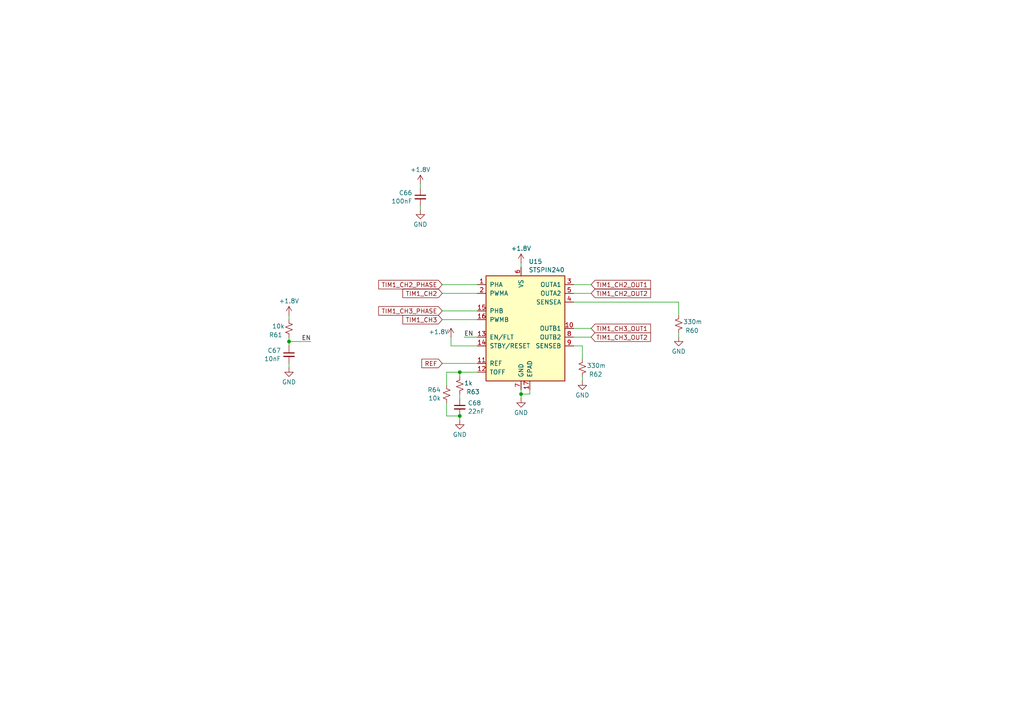
<source format=kicad_sch>
(kicad_sch
	(version 20231120)
	(generator "eeschema")
	(generator_version "8.0")
	(uuid "678b9aec-26bf-4f27-ba87-71e2ec76edda")
	(paper "A4")
	(lib_symbols
		(symbol "Device:C_Small"
			(pin_numbers hide)
			(pin_names
				(offset 0.254) hide)
			(exclude_from_sim no)
			(in_bom yes)
			(on_board yes)
			(property "Reference" "C"
				(at 0.254 1.778 0)
				(effects
					(font
						(size 1.27 1.27)
					)
					(justify left)
				)
			)
			(property "Value" "C_Small"
				(at 0.254 -2.032 0)
				(effects
					(font
						(size 1.27 1.27)
					)
					(justify left)
				)
			)
			(property "Footprint" ""
				(at 0 0 0)
				(effects
					(font
						(size 1.27 1.27)
					)
					(hide yes)
				)
			)
			(property "Datasheet" "~"
				(at 0 0 0)
				(effects
					(font
						(size 1.27 1.27)
					)
					(hide yes)
				)
			)
			(property "Description" "Unpolarized capacitor, small symbol"
				(at 0 0 0)
				(effects
					(font
						(size 1.27 1.27)
					)
					(hide yes)
				)
			)
			(property "ki_keywords" "capacitor cap"
				(at 0 0 0)
				(effects
					(font
						(size 1.27 1.27)
					)
					(hide yes)
				)
			)
			(property "ki_fp_filters" "C_*"
				(at 0 0 0)
				(effects
					(font
						(size 1.27 1.27)
					)
					(hide yes)
				)
			)
			(symbol "C_Small_0_1"
				(polyline
					(pts
						(xy -1.524 -0.508) (xy 1.524 -0.508)
					)
					(stroke
						(width 0.3302)
						(type default)
					)
					(fill
						(type none)
					)
				)
				(polyline
					(pts
						(xy -1.524 0.508) (xy 1.524 0.508)
					)
					(stroke
						(width 0.3048)
						(type default)
					)
					(fill
						(type none)
					)
				)
			)
			(symbol "C_Small_1_1"
				(pin passive line
					(at 0 2.54 270)
					(length 2.032)
					(name "~"
						(effects
							(font
								(size 1.27 1.27)
							)
						)
					)
					(number "1"
						(effects
							(font
								(size 1.27 1.27)
							)
						)
					)
				)
				(pin passive line
					(at 0 -2.54 90)
					(length 2.032)
					(name "~"
						(effects
							(font
								(size 1.27 1.27)
							)
						)
					)
					(number "2"
						(effects
							(font
								(size 1.27 1.27)
							)
						)
					)
				)
			)
		)
		(symbol "Device:R_Small_US"
			(pin_numbers hide)
			(pin_names
				(offset 0.254) hide)
			(exclude_from_sim no)
			(in_bom yes)
			(on_board yes)
			(property "Reference" "R"
				(at 0.762 0.508 0)
				(effects
					(font
						(size 1.27 1.27)
					)
					(justify left)
				)
			)
			(property "Value" "R_Small_US"
				(at 0.762 -1.016 0)
				(effects
					(font
						(size 1.27 1.27)
					)
					(justify left)
				)
			)
			(property "Footprint" ""
				(at 0 0 0)
				(effects
					(font
						(size 1.27 1.27)
					)
					(hide yes)
				)
			)
			(property "Datasheet" "~"
				(at 0 0 0)
				(effects
					(font
						(size 1.27 1.27)
					)
					(hide yes)
				)
			)
			(property "Description" "Resistor, small US symbol"
				(at 0 0 0)
				(effects
					(font
						(size 1.27 1.27)
					)
					(hide yes)
				)
			)
			(property "ki_keywords" "r resistor"
				(at 0 0 0)
				(effects
					(font
						(size 1.27 1.27)
					)
					(hide yes)
				)
			)
			(property "ki_fp_filters" "R_*"
				(at 0 0 0)
				(effects
					(font
						(size 1.27 1.27)
					)
					(hide yes)
				)
			)
			(symbol "R_Small_US_1_1"
				(polyline
					(pts
						(xy 0 0) (xy 1.016 -0.381) (xy 0 -0.762) (xy -1.016 -1.143) (xy 0 -1.524)
					)
					(stroke
						(width 0)
						(type default)
					)
					(fill
						(type none)
					)
				)
				(polyline
					(pts
						(xy 0 1.524) (xy 1.016 1.143) (xy 0 0.762) (xy -1.016 0.381) (xy 0 0)
					)
					(stroke
						(width 0)
						(type default)
					)
					(fill
						(type none)
					)
				)
				(pin passive line
					(at 0 2.54 270)
					(length 1.016)
					(name "~"
						(effects
							(font
								(size 1.27 1.27)
							)
						)
					)
					(number "1"
						(effects
							(font
								(size 1.27 1.27)
							)
						)
					)
				)
				(pin passive line
					(at 0 -2.54 90)
					(length 1.016)
					(name "~"
						(effects
							(font
								(size 1.27 1.27)
							)
						)
					)
					(number "2"
						(effects
							(font
								(size 1.27 1.27)
							)
						)
					)
				)
			)
		)
		(symbol "Driver_Motor:STSPIN240"
			(pin_names
				(offset 1.016)
			)
			(exclude_from_sim no)
			(in_bom yes)
			(on_board yes)
			(property "Reference" "U"
				(at -10.16 16.51 0)
				(effects
					(font
						(size 1.27 1.27)
					)
					(justify left)
				)
			)
			(property "Value" "STSPIN240"
				(at 5.08 16.51 0)
				(effects
					(font
						(size 1.27 1.27)
					)
					(justify left)
				)
			)
			(property "Footprint" "Package_DFN_QFN:VQFN-16-1EP_3x3mm_P0.5mm_EP1.8x1.8mm"
				(at 5.08 19.05 0)
				(effects
					(font
						(size 1.27 1.27)
					)
					(justify left)
					(hide yes)
				)
			)
			(property "Datasheet" "www.st.com/resource/en/datasheet/stspin240.pdf"
				(at 3.81 6.35 0)
				(effects
					(font
						(size 1.27 1.27)
					)
					(hide yes)
				)
			)
			(property "Description" "Low voltage dual brush DC motor driver, 1.8V to 10V input, 1.3Arms output, 0.4Ω Rdson per phase (typical), QFN-16 package"
				(at 0 0 0)
				(effects
					(font
						(size 1.27 1.27)
					)
					(hide yes)
				)
			)
			(property "ki_keywords" "motor driver dc brushed"
				(at 0 0 0)
				(effects
					(font
						(size 1.27 1.27)
					)
					(hide yes)
				)
			)
			(property "ki_fp_filters" "VQFN*1EP*3x3mm*P0.5mm*"
				(at 0 0 0)
				(effects
					(font
						(size 1.27 1.27)
					)
					(hide yes)
				)
			)
			(symbol "STSPIN240_0_1"
				(rectangle
					(start -10.16 15.24)
					(end 12.7 -15.24)
					(stroke
						(width 0.254)
						(type default)
					)
					(fill
						(type background)
					)
				)
			)
			(symbol "STSPIN240_1_1"
				(pin input line
					(at -12.7 12.7 0)
					(length 2.54)
					(name "PHA"
						(effects
							(font
								(size 1.27 1.27)
							)
						)
					)
					(number "1"
						(effects
							(font
								(size 1.27 1.27)
							)
						)
					)
				)
				(pin power_out line
					(at 15.24 0 180)
					(length 2.54)
					(name "OUTB1"
						(effects
							(font
								(size 1.27 1.27)
							)
						)
					)
					(number "10"
						(effects
							(font
								(size 1.27 1.27)
							)
						)
					)
				)
				(pin input line
					(at -12.7 -10.16 0)
					(length 2.54)
					(name "REF"
						(effects
							(font
								(size 1.27 1.27)
							)
						)
					)
					(number "11"
						(effects
							(font
								(size 1.27 1.27)
							)
						)
					)
				)
				(pin input line
					(at -12.7 -12.7 0)
					(length 2.54)
					(name "TOFF"
						(effects
							(font
								(size 1.27 1.27)
							)
						)
					)
					(number "12"
						(effects
							(font
								(size 1.27 1.27)
							)
						)
					)
				)
				(pin bidirectional line
					(at -12.7 -2.54 0)
					(length 2.54)
					(name "EN/FLT"
						(effects
							(font
								(size 1.27 1.27)
							)
						)
					)
					(number "13"
						(effects
							(font
								(size 1.27 1.27)
							)
						)
					)
				)
				(pin input line
					(at -12.7 -5.08 0)
					(length 2.54)
					(name "STBY/RESET"
						(effects
							(font
								(size 1.27 1.27)
							)
						)
					)
					(number "14"
						(effects
							(font
								(size 1.27 1.27)
							)
						)
					)
				)
				(pin input line
					(at -12.7 5.08 0)
					(length 2.54)
					(name "PHB"
						(effects
							(font
								(size 1.27 1.27)
							)
						)
					)
					(number "15"
						(effects
							(font
								(size 1.27 1.27)
							)
						)
					)
				)
				(pin input line
					(at -12.7 2.54 0)
					(length 2.54)
					(name "PWMB"
						(effects
							(font
								(size 1.27 1.27)
							)
						)
					)
					(number "16"
						(effects
							(font
								(size 1.27 1.27)
							)
						)
					)
				)
				(pin power_in line
					(at 2.54 -17.78 90)
					(length 2.54)
					(name "EPAD"
						(effects
							(font
								(size 1.27 1.27)
							)
						)
					)
					(number "17"
						(effects
							(font
								(size 1.27 1.27)
							)
						)
					)
				)
				(pin input line
					(at -12.7 10.16 0)
					(length 2.54)
					(name "PWMA"
						(effects
							(font
								(size 1.27 1.27)
							)
						)
					)
					(number "2"
						(effects
							(font
								(size 1.27 1.27)
							)
						)
					)
				)
				(pin power_out line
					(at 15.24 12.7 180)
					(length 2.54)
					(name "OUTA1"
						(effects
							(font
								(size 1.27 1.27)
							)
						)
					)
					(number "3"
						(effects
							(font
								(size 1.27 1.27)
							)
						)
					)
				)
				(pin power_out line
					(at 15.24 7.62 180)
					(length 2.54)
					(name "SENSEA"
						(effects
							(font
								(size 1.27 1.27)
							)
						)
					)
					(number "4"
						(effects
							(font
								(size 1.27 1.27)
							)
						)
					)
				)
				(pin power_out line
					(at 15.24 10.16 180)
					(length 2.54)
					(name "OUTA2"
						(effects
							(font
								(size 1.27 1.27)
							)
						)
					)
					(number "5"
						(effects
							(font
								(size 1.27 1.27)
							)
						)
					)
				)
				(pin power_in line
					(at 0 17.78 270)
					(length 2.54)
					(name "VS"
						(effects
							(font
								(size 1.27 1.27)
							)
						)
					)
					(number "6"
						(effects
							(font
								(size 1.27 1.27)
							)
						)
					)
				)
				(pin power_in line
					(at 0 -17.78 90)
					(length 2.54)
					(name "GND"
						(effects
							(font
								(size 1.27 1.27)
							)
						)
					)
					(number "7"
						(effects
							(font
								(size 1.27 1.27)
							)
						)
					)
				)
				(pin power_out line
					(at 15.24 -2.54 180)
					(length 2.54)
					(name "OUTB2"
						(effects
							(font
								(size 1.27 1.27)
							)
						)
					)
					(number "8"
						(effects
							(font
								(size 1.27 1.27)
							)
						)
					)
				)
				(pin power_out line
					(at 15.24 -5.08 180)
					(length 2.54)
					(name "SENSEB"
						(effects
							(font
								(size 1.27 1.27)
							)
						)
					)
					(number "9"
						(effects
							(font
								(size 1.27 1.27)
							)
						)
					)
				)
			)
		)
		(symbol "power:+1V8"
			(power)
			(pin_numbers hide)
			(pin_names
				(offset 0) hide)
			(exclude_from_sim no)
			(in_bom yes)
			(on_board yes)
			(property "Reference" "#PWR"
				(at 0 -3.81 0)
				(effects
					(font
						(size 1.27 1.27)
					)
					(hide yes)
				)
			)
			(property "Value" "+1V8"
				(at 0 3.556 0)
				(effects
					(font
						(size 1.27 1.27)
					)
				)
			)
			(property "Footprint" ""
				(at 0 0 0)
				(effects
					(font
						(size 1.27 1.27)
					)
					(hide yes)
				)
			)
			(property "Datasheet" ""
				(at 0 0 0)
				(effects
					(font
						(size 1.27 1.27)
					)
					(hide yes)
				)
			)
			(property "Description" "Power symbol creates a global label with name \"+1V8\""
				(at 0 0 0)
				(effects
					(font
						(size 1.27 1.27)
					)
					(hide yes)
				)
			)
			(property "ki_keywords" "global power"
				(at 0 0 0)
				(effects
					(font
						(size 1.27 1.27)
					)
					(hide yes)
				)
			)
			(symbol "+1V8_0_1"
				(polyline
					(pts
						(xy -0.762 1.27) (xy 0 2.54)
					)
					(stroke
						(width 0)
						(type default)
					)
					(fill
						(type none)
					)
				)
				(polyline
					(pts
						(xy 0 0) (xy 0 2.54)
					)
					(stroke
						(width 0)
						(type default)
					)
					(fill
						(type none)
					)
				)
				(polyline
					(pts
						(xy 0 2.54) (xy 0.762 1.27)
					)
					(stroke
						(width 0)
						(type default)
					)
					(fill
						(type none)
					)
				)
			)
			(symbol "+1V8_1_1"
				(pin power_in line
					(at 0 0 90)
					(length 0)
					(name "~"
						(effects
							(font
								(size 1.27 1.27)
							)
						)
					)
					(number "1"
						(effects
							(font
								(size 1.27 1.27)
							)
						)
					)
				)
			)
		)
		(symbol "power:GND"
			(power)
			(pin_numbers hide)
			(pin_names
				(offset 0) hide)
			(exclude_from_sim no)
			(in_bom yes)
			(on_board yes)
			(property "Reference" "#PWR"
				(at 0 -6.35 0)
				(effects
					(font
						(size 1.27 1.27)
					)
					(hide yes)
				)
			)
			(property "Value" "GND"
				(at 0 -3.81 0)
				(effects
					(font
						(size 1.27 1.27)
					)
				)
			)
			(property "Footprint" ""
				(at 0 0 0)
				(effects
					(font
						(size 1.27 1.27)
					)
					(hide yes)
				)
			)
			(property "Datasheet" ""
				(at 0 0 0)
				(effects
					(font
						(size 1.27 1.27)
					)
					(hide yes)
				)
			)
			(property "Description" "Power symbol creates a global label with name \"GND\" , ground"
				(at 0 0 0)
				(effects
					(font
						(size 1.27 1.27)
					)
					(hide yes)
				)
			)
			(property "ki_keywords" "global power"
				(at 0 0 0)
				(effects
					(font
						(size 1.27 1.27)
					)
					(hide yes)
				)
			)
			(symbol "GND_0_1"
				(polyline
					(pts
						(xy 0 0) (xy 0 -1.27) (xy 1.27 -1.27) (xy 0 -2.54) (xy -1.27 -1.27) (xy 0 -1.27)
					)
					(stroke
						(width 0)
						(type default)
					)
					(fill
						(type none)
					)
				)
			)
			(symbol "GND_1_1"
				(pin power_in line
					(at 0 0 270)
					(length 0)
					(name "~"
						(effects
							(font
								(size 1.27 1.27)
							)
						)
					)
					(number "1"
						(effects
							(font
								(size 1.27 1.27)
							)
						)
					)
				)
			)
		)
	)
	(junction
		(at 133.35 120.65)
		(diameter 0)
		(color 0 0 0 0)
		(uuid "42d6576e-fadb-4563-9fc6-3a42c8f7e3c8")
	)
	(junction
		(at 133.35 107.95)
		(diameter 0)
		(color 0 0 0 0)
		(uuid "667f0bd6-b12d-4faa-987f-927ccb27679f")
	)
	(junction
		(at 151.13 114.3)
		(diameter 0)
		(color 0 0 0 0)
		(uuid "b8536958-cabd-4320-bfca-2face8fcc9a7")
	)
	(junction
		(at 83.82 99.06)
		(diameter 0)
		(color 0 0 0 0)
		(uuid "d7e75411-1de3-452c-afc2-da1331c922c2")
	)
	(wire
		(pts
			(xy 151.13 76.2) (xy 151.13 77.47)
		)
		(stroke
			(width 0)
			(type default)
		)
		(uuid "0df78f29-7091-44f6-a730-ef372ed57675")
	)
	(wire
		(pts
			(xy 133.35 107.95) (xy 133.35 109.22)
		)
		(stroke
			(width 0)
			(type default)
		)
		(uuid "136b5161-d7ef-4375-aa91-e102651a4665")
	)
	(wire
		(pts
			(xy 168.91 100.33) (xy 166.37 100.33)
		)
		(stroke
			(width 0)
			(type default)
		)
		(uuid "154c620a-04df-4b2c-84d6-36da2c79bbea")
	)
	(wire
		(pts
			(xy 121.92 59.69) (xy 121.92 60.96)
		)
		(stroke
			(width 0)
			(type default)
		)
		(uuid "1ea7bd63-8734-448b-980b-014f4ca342f1")
	)
	(wire
		(pts
			(xy 133.35 114.3) (xy 133.35 115.57)
		)
		(stroke
			(width 0)
			(type default)
		)
		(uuid "2081ed10-af47-4487-84ed-017469b4fdb8")
	)
	(wire
		(pts
			(xy 128.27 92.71) (xy 138.43 92.71)
		)
		(stroke
			(width 0)
			(type default)
		)
		(uuid "24beaf91-e7d3-4e03-a638-690a46340679")
	)
	(wire
		(pts
			(xy 168.91 109.22) (xy 168.91 110.49)
		)
		(stroke
			(width 0)
			(type default)
		)
		(uuid "32926c58-e476-43b4-99b4-f50b1bd7289c")
	)
	(wire
		(pts
			(xy 83.82 99.06) (xy 83.82 100.33)
		)
		(stroke
			(width 0)
			(type default)
		)
		(uuid "3421b40e-45e7-4ac7-915c-5c46804131b9")
	)
	(wire
		(pts
			(xy 129.54 120.65) (xy 133.35 120.65)
		)
		(stroke
			(width 0)
			(type default)
		)
		(uuid "416fd5ac-a650-418e-931e-fcded8135e33")
	)
	(wire
		(pts
			(xy 128.27 90.17) (xy 138.43 90.17)
		)
		(stroke
			(width 0)
			(type default)
		)
		(uuid "424cc603-8d4e-4823-ae49-81b1618ee283")
	)
	(wire
		(pts
			(xy 168.91 104.14) (xy 168.91 100.33)
		)
		(stroke
			(width 0)
			(type default)
		)
		(uuid "48380410-9649-43e2-908f-c3ad67ad29b7")
	)
	(wire
		(pts
			(xy 151.13 113.03) (xy 151.13 114.3)
		)
		(stroke
			(width 0)
			(type default)
		)
		(uuid "5cf3c158-a797-45ff-8d5c-d0d1fafe3a22")
	)
	(wire
		(pts
			(xy 83.82 105.41) (xy 83.82 106.68)
		)
		(stroke
			(width 0)
			(type default)
		)
		(uuid "63b91a7c-7c95-4637-acd6-fcc77520c5dc")
	)
	(wire
		(pts
			(xy 196.85 87.63) (xy 196.85 91.44)
		)
		(stroke
			(width 0)
			(type default)
		)
		(uuid "6e4cef16-5184-4768-b13c-e683484dc67d")
	)
	(wire
		(pts
			(xy 129.54 107.95) (xy 133.35 107.95)
		)
		(stroke
			(width 0)
			(type default)
		)
		(uuid "7a2f5d6d-f89b-4009-be9b-50d00f32949b")
	)
	(wire
		(pts
			(xy 128.27 82.55) (xy 138.43 82.55)
		)
		(stroke
			(width 0)
			(type default)
		)
		(uuid "803c6951-769d-4787-a8a8-9d5548901c73")
	)
	(wire
		(pts
			(xy 121.92 53.34) (xy 121.92 54.61)
		)
		(stroke
			(width 0)
			(type default)
		)
		(uuid "81df2ca9-c94f-4f2b-a3c6-fd7d2f5cd330")
	)
	(wire
		(pts
			(xy 171.45 97.79) (xy 166.37 97.79)
		)
		(stroke
			(width 0)
			(type default)
		)
		(uuid "86b89144-a35d-4606-bee6-e66409accc8b")
	)
	(wire
		(pts
			(xy 138.43 97.79) (xy 134.62 97.79)
		)
		(stroke
			(width 0)
			(type default)
		)
		(uuid "87ebdfcb-394e-45c3-bb85-92d5e78fab56")
	)
	(wire
		(pts
			(xy 128.27 85.09) (xy 138.43 85.09)
		)
		(stroke
			(width 0)
			(type default)
		)
		(uuid "8e1f1e4d-a6da-4aa4-97a4-ceec37ac802b")
	)
	(wire
		(pts
			(xy 171.45 82.55) (xy 166.37 82.55)
		)
		(stroke
			(width 0)
			(type default)
		)
		(uuid "9073e5b9-c9af-4baa-b7cc-01e4e0e8170f")
	)
	(wire
		(pts
			(xy 133.35 107.95) (xy 138.43 107.95)
		)
		(stroke
			(width 0)
			(type default)
		)
		(uuid "af0d2cc6-489d-454c-9b05-ca897f917682")
	)
	(wire
		(pts
			(xy 130.81 100.33) (xy 138.43 100.33)
		)
		(stroke
			(width 0)
			(type default)
		)
		(uuid "b17469f9-4bfa-4158-bb7d-36070dad954a")
	)
	(wire
		(pts
			(xy 130.81 97.79) (xy 130.81 100.33)
		)
		(stroke
			(width 0)
			(type default)
		)
		(uuid "b99a87d4-af7a-4089-919c-45c7b3e63e22")
	)
	(wire
		(pts
			(xy 83.82 97.79) (xy 83.82 99.06)
		)
		(stroke
			(width 0)
			(type default)
		)
		(uuid "bab4188a-e630-4411-9ebd-0ebfae15cdb7")
	)
	(wire
		(pts
			(xy 171.45 85.09) (xy 166.37 85.09)
		)
		(stroke
			(width 0)
			(type default)
		)
		(uuid "bdd1b05d-dd6b-43d2-8213-f03d27a27000")
	)
	(wire
		(pts
			(xy 151.13 114.3) (xy 151.13 115.57)
		)
		(stroke
			(width 0)
			(type default)
		)
		(uuid "c05a63b7-2286-49ac-88b8-9c002ca85a9b")
	)
	(wire
		(pts
			(xy 196.85 87.63) (xy 166.37 87.63)
		)
		(stroke
			(width 0)
			(type default)
		)
		(uuid "c703d5d0-28ac-450a-9e81-ebc92b083f82")
	)
	(wire
		(pts
			(xy 128.27 105.41) (xy 138.43 105.41)
		)
		(stroke
			(width 0)
			(type default)
		)
		(uuid "d35195cc-7528-460d-9bc1-1c284727c64a")
	)
	(wire
		(pts
			(xy 129.54 116.84) (xy 129.54 120.65)
		)
		(stroke
			(width 0)
			(type default)
		)
		(uuid "df4c6b07-3cee-4d76-82ac-68278b1b2a0b")
	)
	(wire
		(pts
			(xy 83.82 91.44) (xy 83.82 92.71)
		)
		(stroke
			(width 0)
			(type default)
		)
		(uuid "e0f0e4df-3c11-491b-8c83-7b2feb1c5868")
	)
	(wire
		(pts
			(xy 153.67 114.3) (xy 153.67 113.03)
		)
		(stroke
			(width 0)
			(type default)
		)
		(uuid "e511d5ce-c0d6-4f17-bf9c-e17cd78b2211")
	)
	(wire
		(pts
			(xy 83.82 99.06) (xy 90.17 99.06)
		)
		(stroke
			(width 0)
			(type default)
		)
		(uuid "e535f119-b11d-44d9-8320-a66c01ce3ac1")
	)
	(wire
		(pts
			(xy 129.54 107.95) (xy 129.54 111.76)
		)
		(stroke
			(width 0)
			(type default)
		)
		(uuid "ea7df6dd-d206-4b50-ba0f-4867bd8d5e3c")
	)
	(wire
		(pts
			(xy 196.85 96.52) (xy 196.85 97.79)
		)
		(stroke
			(width 0)
			(type default)
		)
		(uuid "eedb8325-9b7d-43e3-aeb3-3c1bcc0fd479")
	)
	(wire
		(pts
			(xy 151.13 114.3) (xy 153.67 114.3)
		)
		(stroke
			(width 0)
			(type default)
		)
		(uuid "f25e5032-c755-44ef-8098-cb8f9e78830f")
	)
	(wire
		(pts
			(xy 171.45 95.25) (xy 166.37 95.25)
		)
		(stroke
			(width 0)
			(type default)
		)
		(uuid "f53cb537-a4c1-47fa-b30f-4b9840c5326a")
	)
	(wire
		(pts
			(xy 133.35 121.92) (xy 133.35 120.65)
		)
		(stroke
			(width 0)
			(type default)
		)
		(uuid "fcb6524b-ad1e-4656-ace8-fb400e227a7f")
	)
	(label "EN"
		(at 134.62 97.79 0)
		(fields_autoplaced yes)
		(effects
			(font
				(size 1.27 1.27)
			)
			(justify left bottom)
		)
		(uuid "2d735b23-4b75-4cc8-8522-77b72559e13e")
	)
	(label "EN"
		(at 90.17 99.06 180)
		(fields_autoplaced yes)
		(effects
			(font
				(size 1.27 1.27)
			)
			(justify right bottom)
		)
		(uuid "fc3e2e52-2328-484c-bc85-8e920ea7a8f4")
	)
	(global_label "TIM1_CH2_OUT2"
		(shape input)
		(at 171.45 85.09 0)
		(fields_autoplaced yes)
		(effects
			(font
				(size 1.27 1.27)
			)
			(justify left)
		)
		(uuid "31bac6dd-70e2-4211-b293-acad9500302a")
		(property "Intersheetrefs" "${INTERSHEET_REFS}"
			(at 189.2518 85.09 0)
			(effects
				(font
					(size 1.27 1.27)
				)
				(justify left)
				(hide yes)
			)
		)
	)
	(global_label "TIM1_CH3"
		(shape input)
		(at 128.27 92.71 180)
		(fields_autoplaced yes)
		(effects
			(font
				(size 1.27 1.27)
			)
			(justify right)
		)
		(uuid "58b2eda6-4dac-4b30-9252-55102a16717b")
		(property "Intersheetrefs" "${INTERSHEET_REFS}"
			(at 116.2739 92.71 0)
			(effects
				(font
					(size 1.27 1.27)
				)
				(justify right)
				(hide yes)
			)
		)
	)
	(global_label "TIM1_CH3_PHASE"
		(shape input)
		(at 128.27 90.17 180)
		(fields_autoplaced yes)
		(effects
			(font
				(size 1.27 1.27)
			)
			(justify right)
		)
		(uuid "8b813cc2-a0aa-4d22-9809-183b5a09753d")
		(property "Intersheetrefs" "${INTERSHEET_REFS}"
			(at 109.2587 90.17 0)
			(effects
				(font
					(size 1.27 1.27)
				)
				(justify right)
				(hide yes)
			)
		)
	)
	(global_label "TIM1_CH3_OUT2"
		(shape input)
		(at 171.45 97.79 0)
		(fields_autoplaced yes)
		(effects
			(font
				(size 1.27 1.27)
			)
			(justify left)
		)
		(uuid "95d0fa09-0f1b-4255-8be8-dbbda667cefb")
		(property "Intersheetrefs" "${INTERSHEET_REFS}"
			(at 189.2518 97.79 0)
			(effects
				(font
					(size 1.27 1.27)
				)
				(justify left)
				(hide yes)
			)
		)
	)
	(global_label "REF"
		(shape input)
		(at 128.27 105.41 180)
		(fields_autoplaced yes)
		(effects
			(font
				(size 1.27 1.27)
			)
			(justify right)
		)
		(uuid "a0dc2bc4-5b4f-4c18-86e8-8fa5de828bae")
		(property "Intersheetrefs" "${INTERSHEET_REFS}"
			(at 121.7772 105.41 0)
			(effects
				(font
					(size 1.27 1.27)
				)
				(justify right)
				(hide yes)
			)
		)
	)
	(global_label "TIM1_CH3_OUT1"
		(shape input)
		(at 171.45 95.25 0)
		(fields_autoplaced yes)
		(effects
			(font
				(size 1.27 1.27)
			)
			(justify left)
		)
		(uuid "a1c64ffa-31c0-4940-9223-1d091b9dc7ea")
		(property "Intersheetrefs" "${INTERSHEET_REFS}"
			(at 189.2518 95.25 0)
			(effects
				(font
					(size 1.27 1.27)
				)
				(justify left)
				(hide yes)
			)
		)
	)
	(global_label "TIM1_CH2_PHASE"
		(shape input)
		(at 128.27 82.55 180)
		(fields_autoplaced yes)
		(effects
			(font
				(size 1.27 1.27)
			)
			(justify right)
		)
		(uuid "a4881ba1-4837-43a5-b98c-30b78eaa4774")
		(property "Intersheetrefs" "${INTERSHEET_REFS}"
			(at 109.2587 82.55 0)
			(effects
				(font
					(size 1.27 1.27)
				)
				(justify right)
				(hide yes)
			)
		)
	)
	(global_label "TIM1_CH2_OUT1"
		(shape input)
		(at 171.45 82.55 0)
		(fields_autoplaced yes)
		(effects
			(font
				(size 1.27 1.27)
			)
			(justify left)
		)
		(uuid "a6d673bb-291b-49aa-b7c0-5e6139e477aa")
		(property "Intersheetrefs" "${INTERSHEET_REFS}"
			(at 189.2518 82.55 0)
			(effects
				(font
					(size 1.27 1.27)
				)
				(justify left)
				(hide yes)
			)
		)
	)
	(global_label "TIM1_CH2"
		(shape input)
		(at 128.27 85.09 180)
		(fields_autoplaced yes)
		(effects
			(font
				(size 1.27 1.27)
			)
			(justify right)
		)
		(uuid "b6dee8e1-f56e-4501-a1ed-fa3e6493b6f5")
		(property "Intersheetrefs" "${INTERSHEET_REFS}"
			(at 116.2739 85.09 0)
			(effects
				(font
					(size 1.27 1.27)
				)
				(justify right)
				(hide yes)
			)
		)
	)
	(symbol
		(lib_id "Device:R_Small_US")
		(at 133.35 111.76 0)
		(mirror y)
		(unit 1)
		(exclude_from_sim no)
		(in_bom yes)
		(on_board yes)
		(dnp no)
		(uuid "08d3599f-af0c-44bb-81d5-91e8f1f358cf")
		(property "Reference" "R63"
			(at 135.255 113.665 0)
			(effects
				(font
					(size 1.27 1.27)
				)
				(justify right)
			)
		)
		(property "Value" "1k"
			(at 134.62 111.125 0)
			(effects
				(font
					(size 1.27 1.27)
				)
				(justify right)
			)
		)
		(property "Footprint" "Resistor_SMD:R_0402_1005Metric"
			(at 133.35 111.76 0)
			(effects
				(font
					(size 1.27 1.27)
				)
				(hide yes)
			)
		)
		(property "Datasheet" "~"
			(at 133.35 111.76 0)
			(effects
				(font
					(size 1.27 1.27)
				)
				(hide yes)
			)
		)
		(property "Description" ""
			(at 133.35 111.76 0)
			(effects
				(font
					(size 1.27 1.27)
				)
				(hide yes)
			)
		)
		(property "LCSC" "C11702"
			(at 133.35 111.76 0)
			(effects
				(font
					(size 1.27 1.27)
				)
				(hide yes)
			)
		)
		(pin "1"
			(uuid "520cc536-f2af-4093-9c89-99c22b303949")
		)
		(pin "2"
			(uuid "6d27895e-5584-4a35-a191-ef74435461a2")
		)
		(instances
			(project "kasm_pcb_rev2"
				(path "/b88f3414-095b-412c-ac5e-63ceec91c7e6/2d3f9a94-2f4e-4d4f-b431-cd37d3bb57a3/eb6999e3-732d-45b7-bef6-3c4ac6f127fd"
					(reference "R63")
					(unit 1)
				)
			)
		)
	)
	(symbol
		(lib_id "power:GND")
		(at 151.13 115.57 0)
		(unit 1)
		(exclude_from_sim no)
		(in_bom yes)
		(on_board yes)
		(dnp no)
		(uuid "0999cc4d-196e-43d7-9300-6dc4805e5618")
		(property "Reference" "#PWR0154"
			(at 151.13 121.92 0)
			(effects
				(font
					(size 1.27 1.27)
				)
				(hide yes)
			)
		)
		(property "Value" "GND"
			(at 151.13 119.7031 0)
			(effects
				(font
					(size 1.27 1.27)
				)
			)
		)
		(property "Footprint" ""
			(at 151.13 115.57 0)
			(effects
				(font
					(size 1.27 1.27)
				)
				(hide yes)
			)
		)
		(property "Datasheet" ""
			(at 151.13 115.57 0)
			(effects
				(font
					(size 1.27 1.27)
				)
				(hide yes)
			)
		)
		(property "Description" "Power symbol creates a global label with name \"GND\" , ground"
			(at 151.13 115.57 0)
			(effects
				(font
					(size 1.27 1.27)
				)
				(hide yes)
			)
		)
		(pin "1"
			(uuid "01c8d304-92ab-4c38-9ee6-bb49e7f47521")
		)
		(instances
			(project "kasm_pcb_rev2"
				(path "/b88f3414-095b-412c-ac5e-63ceec91c7e6/2d3f9a94-2f4e-4d4f-b431-cd37d3bb57a3/eb6999e3-732d-45b7-bef6-3c4ac6f127fd"
					(reference "#PWR0154")
					(unit 1)
				)
			)
		)
	)
	(symbol
		(lib_id "Device:R_Small_US")
		(at 196.85 93.98 0)
		(mirror y)
		(unit 1)
		(exclude_from_sim no)
		(in_bom yes)
		(on_board yes)
		(dnp no)
		(uuid "0c943832-355b-4dd2-80d1-86cc87ab732c")
		(property "Reference" "R60"
			(at 198.755 95.885 0)
			(effects
				(font
					(size 1.27 1.27)
				)
				(justify right)
			)
		)
		(property "Value" "330m"
			(at 198.12 93.345 0)
			(effects
				(font
					(size 1.27 1.27)
				)
				(justify right)
			)
		)
		(property "Footprint" "Resistor_SMD:R_0402_1005Metric"
			(at 196.85 93.98 0)
			(effects
				(font
					(size 1.27 1.27)
				)
				(hide yes)
			)
		)
		(property "Datasheet" "~"
			(at 196.85 93.98 0)
			(effects
				(font
					(size 1.27 1.27)
				)
				(hide yes)
			)
		)
		(property "Description" ""
			(at 196.85 93.98 0)
			(effects
				(font
					(size 1.27 1.27)
				)
				(hide yes)
			)
		)
		(property "LCSC" "C332660"
			(at 196.85 93.98 0)
			(effects
				(font
					(size 1.27 1.27)
				)
				(hide yes)
			)
		)
		(pin "1"
			(uuid "57d730c9-355f-4784-b711-036a1073d2a4")
		)
		(pin "2"
			(uuid "b0acd83e-7dfa-44f5-8902-f6cbfe4aaaab")
		)
		(instances
			(project "kasm_pcb_rev2"
				(path "/b88f3414-095b-412c-ac5e-63ceec91c7e6/2d3f9a94-2f4e-4d4f-b431-cd37d3bb57a3/eb6999e3-732d-45b7-bef6-3c4ac6f127fd"
					(reference "R60")
					(unit 1)
				)
			)
		)
	)
	(symbol
		(lib_id "power:GND")
		(at 133.35 121.92 0)
		(unit 1)
		(exclude_from_sim no)
		(in_bom yes)
		(on_board yes)
		(dnp no)
		(uuid "14826b93-6e2a-40a6-8261-c4025ad4b572")
		(property "Reference" "#PWR0155"
			(at 133.35 128.27 0)
			(effects
				(font
					(size 1.27 1.27)
				)
				(hide yes)
			)
		)
		(property "Value" "GND"
			(at 133.35 126.0531 0)
			(effects
				(font
					(size 1.27 1.27)
				)
			)
		)
		(property "Footprint" ""
			(at 133.35 121.92 0)
			(effects
				(font
					(size 1.27 1.27)
				)
				(hide yes)
			)
		)
		(property "Datasheet" ""
			(at 133.35 121.92 0)
			(effects
				(font
					(size 1.27 1.27)
				)
				(hide yes)
			)
		)
		(property "Description" "Power symbol creates a global label with name \"GND\" , ground"
			(at 133.35 121.92 0)
			(effects
				(font
					(size 1.27 1.27)
				)
				(hide yes)
			)
		)
		(pin "1"
			(uuid "e8b8079c-b48f-4a26-a36d-ad370f272bfa")
		)
		(instances
			(project "kasm_pcb_rev2"
				(path "/b88f3414-095b-412c-ac5e-63ceec91c7e6/2d3f9a94-2f4e-4d4f-b431-cd37d3bb57a3/eb6999e3-732d-45b7-bef6-3c4ac6f127fd"
					(reference "#PWR0155")
					(unit 1)
				)
			)
		)
	)
	(symbol
		(lib_id "Device:R_Small_US")
		(at 83.82 95.25 0)
		(unit 1)
		(exclude_from_sim no)
		(in_bom yes)
		(on_board yes)
		(dnp no)
		(uuid "23119a32-3781-4e14-9518-f3722f383c32")
		(property "Reference" "R61"
			(at 81.915 97.155 0)
			(effects
				(font
					(size 1.27 1.27)
				)
				(justify right)
			)
		)
		(property "Value" "10k"
			(at 82.55 94.615 0)
			(effects
				(font
					(size 1.27 1.27)
				)
				(justify right)
			)
		)
		(property "Footprint" "Resistor_SMD:R_0402_1005Metric"
			(at 83.82 95.25 0)
			(effects
				(font
					(size 1.27 1.27)
				)
				(hide yes)
			)
		)
		(property "Datasheet" "~"
			(at 83.82 95.25 0)
			(effects
				(font
					(size 1.27 1.27)
				)
				(hide yes)
			)
		)
		(property "Description" ""
			(at 83.82 95.25 0)
			(effects
				(font
					(size 1.27 1.27)
				)
				(hide yes)
			)
		)
		(property "LCSC" "C25744"
			(at 83.82 95.25 0)
			(effects
				(font
					(size 1.27 1.27)
				)
				(hide yes)
			)
		)
		(pin "1"
			(uuid "d81662fd-b7ee-4cd3-835e-4201edb14a83")
		)
		(pin "2"
			(uuid "161611a2-a90e-4351-9765-90a80e4e7081")
		)
		(instances
			(project "kasm_pcb_rev2"
				(path "/b88f3414-095b-412c-ac5e-63ceec91c7e6/2d3f9a94-2f4e-4d4f-b431-cd37d3bb57a3/eb6999e3-732d-45b7-bef6-3c4ac6f127fd"
					(reference "R61")
					(unit 1)
				)
			)
		)
	)
	(symbol
		(lib_id "power:+1V8")
		(at 130.81 97.79 0)
		(unit 1)
		(exclude_from_sim no)
		(in_bom yes)
		(on_board yes)
		(dnp no)
		(uuid "47419cb7-ae1c-489c-b519-ae9a5c0d2b1e")
		(property "Reference" "#PWR0150"
			(at 130.81 101.6 0)
			(effects
				(font
					(size 1.27 1.27)
				)
				(hide yes)
			)
		)
		(property "Value" "+1.8V"
			(at 127.254 96.266 0)
			(effects
				(font
					(size 1.27 1.27)
				)
			)
		)
		(property "Footprint" ""
			(at 130.81 97.79 0)
			(effects
				(font
					(size 1.27 1.27)
				)
				(hide yes)
			)
		)
		(property "Datasheet" ""
			(at 130.81 97.79 0)
			(effects
				(font
					(size 1.27 1.27)
				)
				(hide yes)
			)
		)
		(property "Description" "Power symbol creates a global label with name \"+1V8\""
			(at 130.81 97.79 0)
			(effects
				(font
					(size 1.27 1.27)
				)
				(hide yes)
			)
		)
		(pin "1"
			(uuid "053ca9e1-1fa5-4cbe-93b1-01fdae85988d")
		)
		(instances
			(project "kasm_pcb_rev2"
				(path "/b88f3414-095b-412c-ac5e-63ceec91c7e6/2d3f9a94-2f4e-4d4f-b431-cd37d3bb57a3/eb6999e3-732d-45b7-bef6-3c4ac6f127fd"
					(reference "#PWR0150")
					(unit 1)
				)
			)
		)
	)
	(symbol
		(lib_id "Device:R_Small_US")
		(at 168.91 106.68 0)
		(mirror y)
		(unit 1)
		(exclude_from_sim no)
		(in_bom yes)
		(on_board yes)
		(dnp no)
		(uuid "573e37f4-27b0-4a2f-aa61-feaccf55e8aa")
		(property "Reference" "R62"
			(at 170.815 108.585 0)
			(effects
				(font
					(size 1.27 1.27)
				)
				(justify right)
			)
		)
		(property "Value" "330m"
			(at 170.18 106.045 0)
			(effects
				(font
					(size 1.27 1.27)
				)
				(justify right)
			)
		)
		(property "Footprint" "Resistor_SMD:R_0402_1005Metric"
			(at 168.91 106.68 0)
			(effects
				(font
					(size 1.27 1.27)
				)
				(hide yes)
			)
		)
		(property "Datasheet" "~"
			(at 168.91 106.68 0)
			(effects
				(font
					(size 1.27 1.27)
				)
				(hide yes)
			)
		)
		(property "Description" ""
			(at 168.91 106.68 0)
			(effects
				(font
					(size 1.27 1.27)
				)
				(hide yes)
			)
		)
		(property "LCSC" "C332660"
			(at 168.91 106.68 0)
			(effects
				(font
					(size 1.27 1.27)
				)
				(hide yes)
			)
		)
		(pin "1"
			(uuid "deb5ea79-eada-4ab9-8293-e45ffe29325b")
		)
		(pin "2"
			(uuid "9fb9f794-63ce-4561-8109-da4072feb646")
		)
		(instances
			(project "kasm_pcb_rev2"
				(path "/b88f3414-095b-412c-ac5e-63ceec91c7e6/2d3f9a94-2f4e-4d4f-b431-cd37d3bb57a3/eb6999e3-732d-45b7-bef6-3c4ac6f127fd"
					(reference "R62")
					(unit 1)
				)
			)
		)
	)
	(symbol
		(lib_id "Device:C_Small")
		(at 83.82 102.87 0)
		(mirror y)
		(unit 1)
		(exclude_from_sim no)
		(in_bom yes)
		(on_board yes)
		(dnp no)
		(uuid "8bbefa2f-93dc-492f-a9f9-ce6467de0313")
		(property "Reference" "C67"
			(at 81.4959 101.6642 0)
			(effects
				(font
					(size 1.27 1.27)
				)
				(justify left)
			)
		)
		(property "Value" "10nF"
			(at 81.4959 104.0884 0)
			(effects
				(font
					(size 1.27 1.27)
				)
				(justify left)
			)
		)
		(property "Footprint" "Capacitor_SMD:C_0402_1005Metric"
			(at 83.82 102.87 0)
			(effects
				(font
					(size 1.27 1.27)
				)
				(hide yes)
			)
		)
		(property "Datasheet" "~"
			(at 83.82 102.87 0)
			(effects
				(font
					(size 1.27 1.27)
				)
				(hide yes)
			)
		)
		(property "Description" ""
			(at 83.82 102.87 0)
			(effects
				(font
					(size 1.27 1.27)
				)
				(hide yes)
			)
		)
		(property "LCSC" "C15195"
			(at 83.82 102.87 0)
			(effects
				(font
					(size 1.27 1.27)
				)
				(hide yes)
			)
		)
		(pin "1"
			(uuid "4a0b128f-1011-4cfc-a4f9-a184f8f367cb")
		)
		(pin "2"
			(uuid "7ee64186-dbfa-4b56-9658-efb851b27027")
		)
		(instances
			(project "kasm_pcb_rev2"
				(path "/b88f3414-095b-412c-ac5e-63ceec91c7e6/2d3f9a94-2f4e-4d4f-b431-cd37d3bb57a3/eb6999e3-732d-45b7-bef6-3c4ac6f127fd"
					(reference "C67")
					(unit 1)
				)
			)
		)
	)
	(symbol
		(lib_id "Device:C_Small")
		(at 133.35 118.11 0)
		(unit 1)
		(exclude_from_sim no)
		(in_bom yes)
		(on_board yes)
		(dnp no)
		(uuid "a4b32b01-09cd-40d7-b4bd-05e6b14c732a")
		(property "Reference" "C68"
			(at 135.6741 116.9042 0)
			(effects
				(font
					(size 1.27 1.27)
				)
				(justify left)
			)
		)
		(property "Value" "22nF"
			(at 135.6741 119.3284 0)
			(effects
				(font
					(size 1.27 1.27)
				)
				(justify left)
			)
		)
		(property "Footprint" "Capacitor_SMD:C_0402_1005Metric"
			(at 133.35 118.11 0)
			(effects
				(font
					(size 1.27 1.27)
				)
				(hide yes)
			)
		)
		(property "Datasheet" "~"
			(at 133.35 118.11 0)
			(effects
				(font
					(size 1.27 1.27)
				)
				(hide yes)
			)
		)
		(property "Description" ""
			(at 133.35 118.11 0)
			(effects
				(font
					(size 1.27 1.27)
				)
				(hide yes)
			)
		)
		(property "LCSC" "C1532"
			(at 133.35 118.11 0)
			(effects
				(font
					(size 1.27 1.27)
				)
				(hide yes)
			)
		)
		(pin "1"
			(uuid "8b85e93a-1364-406f-b041-5332cdf1f0d7")
		)
		(pin "2"
			(uuid "1180bcc9-8394-4f27-9980-bdad24b10085")
		)
		(instances
			(project "kasm_pcb_rev2"
				(path "/b88f3414-095b-412c-ac5e-63ceec91c7e6/2d3f9a94-2f4e-4d4f-b431-cd37d3bb57a3/eb6999e3-732d-45b7-bef6-3c4ac6f127fd"
					(reference "C68")
					(unit 1)
				)
			)
		)
	)
	(symbol
		(lib_id "power:GND")
		(at 83.82 106.68 0)
		(unit 1)
		(exclude_from_sim no)
		(in_bom yes)
		(on_board yes)
		(dnp no)
		(uuid "a7e209d7-8814-4e15-94e5-c596746dcf1c")
		(property "Reference" "#PWR0152"
			(at 83.82 113.03 0)
			(effects
				(font
					(size 1.27 1.27)
				)
				(hide yes)
			)
		)
		(property "Value" "GND"
			(at 83.82 110.8131 0)
			(effects
				(font
					(size 1.27 1.27)
				)
			)
		)
		(property "Footprint" ""
			(at 83.82 106.68 0)
			(effects
				(font
					(size 1.27 1.27)
				)
				(hide yes)
			)
		)
		(property "Datasheet" ""
			(at 83.82 106.68 0)
			(effects
				(font
					(size 1.27 1.27)
				)
				(hide yes)
			)
		)
		(property "Description" "Power symbol creates a global label with name \"GND\" , ground"
			(at 83.82 106.68 0)
			(effects
				(font
					(size 1.27 1.27)
				)
				(hide yes)
			)
		)
		(pin "1"
			(uuid "92a6c475-de20-49ef-86de-68ef71c69e89")
		)
		(instances
			(project "kasm_pcb_rev2"
				(path "/b88f3414-095b-412c-ac5e-63ceec91c7e6/2d3f9a94-2f4e-4d4f-b431-cd37d3bb57a3/eb6999e3-732d-45b7-bef6-3c4ac6f127fd"
					(reference "#PWR0152")
					(unit 1)
				)
			)
		)
	)
	(symbol
		(lib_id "Device:R_Small_US")
		(at 129.54 114.3 0)
		(unit 1)
		(exclude_from_sim no)
		(in_bom yes)
		(on_board yes)
		(dnp no)
		(uuid "bfdc5db9-5620-48b6-9bf6-89e3bdf3214f")
		(property "Reference" "R64"
			(at 127.889 113.0879 0)
			(effects
				(font
					(size 1.27 1.27)
				)
				(justify right)
			)
		)
		(property "Value" "10k"
			(at 127.889 115.5121 0)
			(effects
				(font
					(size 1.27 1.27)
				)
				(justify right)
			)
		)
		(property "Footprint" "Resistor_SMD:R_0402_1005Metric"
			(at 129.54 114.3 0)
			(effects
				(font
					(size 1.27 1.27)
				)
				(hide yes)
			)
		)
		(property "Datasheet" "~"
			(at 129.54 114.3 0)
			(effects
				(font
					(size 1.27 1.27)
				)
				(hide yes)
			)
		)
		(property "Description" ""
			(at 129.54 114.3 0)
			(effects
				(font
					(size 1.27 1.27)
				)
				(hide yes)
			)
		)
		(property "LCSC" "C25744"
			(at 129.54 114.3 0)
			(effects
				(font
					(size 1.27 1.27)
				)
				(hide yes)
			)
		)
		(pin "1"
			(uuid "c274c463-e395-48cd-84fd-43c321901939")
		)
		(pin "2"
			(uuid "40177d0b-163d-4b7d-bc14-a96a14938c86")
		)
		(instances
			(project "kasm_pcb_rev2"
				(path "/b88f3414-095b-412c-ac5e-63ceec91c7e6/2d3f9a94-2f4e-4d4f-b431-cd37d3bb57a3/eb6999e3-732d-45b7-bef6-3c4ac6f127fd"
					(reference "R64")
					(unit 1)
				)
			)
		)
	)
	(symbol
		(lib_id "Driver_Motor:STSPIN240")
		(at 151.13 95.25 0)
		(unit 1)
		(exclude_from_sim no)
		(in_bom yes)
		(on_board yes)
		(dnp no)
		(fields_autoplaced yes)
		(uuid "c7502d99-2115-45f9-a2ef-a076462238a5")
		(property "Reference" "U15"
			(at 153.3241 75.8655 0)
			(effects
				(font
					(size 1.27 1.27)
				)
				(justify left)
			)
		)
		(property "Value" "STSPIN240"
			(at 153.3241 78.2898 0)
			(effects
				(font
					(size 1.27 1.27)
				)
				(justify left)
			)
		)
		(property "Footprint" "Package_DFN_QFN:VQFN-16-1EP_3x3mm_P0.5mm_EP1.8x1.8mm"
			(at 156.21 76.2 0)
			(effects
				(font
					(size 1.27 1.27)
				)
				(justify left)
				(hide yes)
			)
		)
		(property "Datasheet" "www.st.com/resource/en/datasheet/stspin240.pdf"
			(at 154.94 88.9 0)
			(effects
				(font
					(size 1.27 1.27)
				)
				(hide yes)
			)
		)
		(property "Description" "Low voltage dual brush DC motor driver, 1.8V to 10V input, 1.3Arms output, 0.4Ω Rdson per phase (typical), QFN-16 package"
			(at 151.13 95.25 0)
			(effects
				(font
					(size 1.27 1.27)
				)
				(hide yes)
			)
		)
		(property "LCSC" "C962258"
			(at 151.13 95.25 0)
			(effects
				(font
					(size 1.27 1.27)
				)
				(hide yes)
			)
		)
		(pin "3"
			(uuid "fe9d407e-f7c4-4d26-83bf-e859ae563953")
		)
		(pin "1"
			(uuid "30ac2a83-2a74-4171-a3a8-2d0ae77ce84e")
		)
		(pin "11"
			(uuid "e8cf5615-f468-42e5-b764-8378300ae2c0")
		)
		(pin "16"
			(uuid "343aae0f-2418-414b-9e98-d73fb55bc60f")
		)
		(pin "5"
			(uuid "3f95d406-0c66-4745-9029-ca7bee6a393b")
		)
		(pin "17"
			(uuid "628e1b96-d0d9-48e0-ba07-8b5abceabae1")
		)
		(pin "4"
			(uuid "522a1027-f92a-412a-99e9-27eca5bd7271")
		)
		(pin "7"
			(uuid "f1ca1b92-8e7f-487e-9eb0-2680eac2976c")
		)
		(pin "12"
			(uuid "b1dff811-43d4-4eb0-b4fe-8d1d58da56dd")
		)
		(pin "8"
			(uuid "af706f31-aaf9-436f-a4e4-d2b6472f0b71")
		)
		(pin "13"
			(uuid "cc77683b-88d0-4edf-9198-5ce1c7403982")
		)
		(pin "14"
			(uuid "358dc77a-4bac-4156-944f-764ceb3f10f2")
		)
		(pin "9"
			(uuid "f9c0fd3b-34e7-4383-9c93-07ea94d472db")
		)
		(pin "15"
			(uuid "fb8a524f-69ff-4e75-8ae2-d8b3c017c8f2")
		)
		(pin "6"
			(uuid "703dac2d-832a-4314-b1e9-b916d658de24")
		)
		(pin "2"
			(uuid "71a4b8d0-494f-4156-a3ea-31e3755ac544")
		)
		(pin "10"
			(uuid "28bf453d-5e87-4410-b8a1-e775a3e9537b")
		)
		(instances
			(project "kasm_pcb_rev2"
				(path "/b88f3414-095b-412c-ac5e-63ceec91c7e6/2d3f9a94-2f4e-4d4f-b431-cd37d3bb57a3/eb6999e3-732d-45b7-bef6-3c4ac6f127fd"
					(reference "U15")
					(unit 1)
				)
			)
		)
	)
	(symbol
		(lib_id "power:+1V8")
		(at 151.13 76.2 0)
		(unit 1)
		(exclude_from_sim no)
		(in_bom yes)
		(on_board yes)
		(dnp no)
		(fields_autoplaced yes)
		(uuid "ca847cc4-807a-42af-945f-2720735b3a56")
		(property "Reference" "#PWR0148"
			(at 151.13 80.01 0)
			(effects
				(font
					(size 1.27 1.27)
				)
				(hide yes)
			)
		)
		(property "Value" "+1.8V"
			(at 151.13 72.0669 0)
			(effects
				(font
					(size 1.27 1.27)
				)
			)
		)
		(property "Footprint" ""
			(at 151.13 76.2 0)
			(effects
				(font
					(size 1.27 1.27)
				)
				(hide yes)
			)
		)
		(property "Datasheet" ""
			(at 151.13 76.2 0)
			(effects
				(font
					(size 1.27 1.27)
				)
				(hide yes)
			)
		)
		(property "Description" "Power symbol creates a global label with name \"+1V8\""
			(at 151.13 76.2 0)
			(effects
				(font
					(size 1.27 1.27)
				)
				(hide yes)
			)
		)
		(pin "1"
			(uuid "7ccac2bd-317e-409c-be59-a405e74a4185")
		)
		(instances
			(project "kasm_pcb_rev2"
				(path "/b88f3414-095b-412c-ac5e-63ceec91c7e6/2d3f9a94-2f4e-4d4f-b431-cd37d3bb57a3/eb6999e3-732d-45b7-bef6-3c4ac6f127fd"
					(reference "#PWR0148")
					(unit 1)
				)
			)
		)
	)
	(symbol
		(lib_id "power:GND")
		(at 121.92 60.96 0)
		(unit 1)
		(exclude_from_sim no)
		(in_bom yes)
		(on_board yes)
		(dnp no)
		(uuid "d0817673-fadb-49b3-aafd-2e2ce68adcb9")
		(property "Reference" "#PWR0147"
			(at 121.92 67.31 0)
			(effects
				(font
					(size 1.27 1.27)
				)
				(hide yes)
			)
		)
		(property "Value" "GND"
			(at 121.92 65.0931 0)
			(effects
				(font
					(size 1.27 1.27)
				)
			)
		)
		(property "Footprint" ""
			(at 121.92 60.96 0)
			(effects
				(font
					(size 1.27 1.27)
				)
				(hide yes)
			)
		)
		(property "Datasheet" ""
			(at 121.92 60.96 0)
			(effects
				(font
					(size 1.27 1.27)
				)
				(hide yes)
			)
		)
		(property "Description" "Power symbol creates a global label with name \"GND\" , ground"
			(at 121.92 60.96 0)
			(effects
				(font
					(size 1.27 1.27)
				)
				(hide yes)
			)
		)
		(pin "1"
			(uuid "79456005-239d-4387-bf35-7a8857acec34")
		)
		(instances
			(project "kasm_pcb_rev2"
				(path "/b88f3414-095b-412c-ac5e-63ceec91c7e6/2d3f9a94-2f4e-4d4f-b431-cd37d3bb57a3/eb6999e3-732d-45b7-bef6-3c4ac6f127fd"
					(reference "#PWR0147")
					(unit 1)
				)
			)
		)
	)
	(symbol
		(lib_id "power:GND")
		(at 196.85 97.79 0)
		(unit 1)
		(exclude_from_sim no)
		(in_bom yes)
		(on_board yes)
		(dnp no)
		(uuid "d175aaf1-ea8b-44a5-93c7-f549d04de460")
		(property "Reference" "#PWR0151"
			(at 196.85 104.14 0)
			(effects
				(font
					(size 1.27 1.27)
				)
				(hide yes)
			)
		)
		(property "Value" "GND"
			(at 196.85 101.9231 0)
			(effects
				(font
					(size 1.27 1.27)
				)
			)
		)
		(property "Footprint" ""
			(at 196.85 97.79 0)
			(effects
				(font
					(size 1.27 1.27)
				)
				(hide yes)
			)
		)
		(property "Datasheet" ""
			(at 196.85 97.79 0)
			(effects
				(font
					(size 1.27 1.27)
				)
				(hide yes)
			)
		)
		(property "Description" "Power symbol creates a global label with name \"GND\" , ground"
			(at 196.85 97.79 0)
			(effects
				(font
					(size 1.27 1.27)
				)
				(hide yes)
			)
		)
		(pin "1"
			(uuid "a8b3fb2d-6d12-4fce-bae4-1b92b043b350")
		)
		(instances
			(project "kasm_pcb_rev2"
				(path "/b88f3414-095b-412c-ac5e-63ceec91c7e6/2d3f9a94-2f4e-4d4f-b431-cd37d3bb57a3/eb6999e3-732d-45b7-bef6-3c4ac6f127fd"
					(reference "#PWR0151")
					(unit 1)
				)
			)
		)
	)
	(symbol
		(lib_id "power:+1V8")
		(at 121.92 53.34 0)
		(unit 1)
		(exclude_from_sim no)
		(in_bom yes)
		(on_board yes)
		(dnp no)
		(fields_autoplaced yes)
		(uuid "d30b25b1-e68a-4f45-88ed-82944a2e5cfe")
		(property "Reference" "#PWR0146"
			(at 121.92 57.15 0)
			(effects
				(font
					(size 1.27 1.27)
				)
				(hide yes)
			)
		)
		(property "Value" "+1.8V"
			(at 121.92 49.2069 0)
			(effects
				(font
					(size 1.27 1.27)
				)
			)
		)
		(property "Footprint" ""
			(at 121.92 53.34 0)
			(effects
				(font
					(size 1.27 1.27)
				)
				(hide yes)
			)
		)
		(property "Datasheet" ""
			(at 121.92 53.34 0)
			(effects
				(font
					(size 1.27 1.27)
				)
				(hide yes)
			)
		)
		(property "Description" "Power symbol creates a global label with name \"+1V8\""
			(at 121.92 53.34 0)
			(effects
				(font
					(size 1.27 1.27)
				)
				(hide yes)
			)
		)
		(pin "1"
			(uuid "49e25969-0beb-4067-9704-8929e77d7fce")
		)
		(instances
			(project "kasm_pcb_rev2"
				(path "/b88f3414-095b-412c-ac5e-63ceec91c7e6/2d3f9a94-2f4e-4d4f-b431-cd37d3bb57a3/eb6999e3-732d-45b7-bef6-3c4ac6f127fd"
					(reference "#PWR0146")
					(unit 1)
				)
			)
		)
	)
	(symbol
		(lib_id "power:GND")
		(at 168.91 110.49 0)
		(unit 1)
		(exclude_from_sim no)
		(in_bom yes)
		(on_board yes)
		(dnp no)
		(uuid "d730f53b-d4c3-4016-9b6d-13beb46a6f9c")
		(property "Reference" "#PWR0153"
			(at 168.91 116.84 0)
			(effects
				(font
					(size 1.27 1.27)
				)
				(hide yes)
			)
		)
		(property "Value" "GND"
			(at 168.91 114.6231 0)
			(effects
				(font
					(size 1.27 1.27)
				)
			)
		)
		(property "Footprint" ""
			(at 168.91 110.49 0)
			(effects
				(font
					(size 1.27 1.27)
				)
				(hide yes)
			)
		)
		(property "Datasheet" ""
			(at 168.91 110.49 0)
			(effects
				(font
					(size 1.27 1.27)
				)
				(hide yes)
			)
		)
		(property "Description" "Power symbol creates a global label with name \"GND\" , ground"
			(at 168.91 110.49 0)
			(effects
				(font
					(size 1.27 1.27)
				)
				(hide yes)
			)
		)
		(pin "1"
			(uuid "90b36183-a9ed-458a-8e92-1ad788ea1be9")
		)
		(instances
			(project "kasm_pcb_rev2"
				(path "/b88f3414-095b-412c-ac5e-63ceec91c7e6/2d3f9a94-2f4e-4d4f-b431-cd37d3bb57a3/eb6999e3-732d-45b7-bef6-3c4ac6f127fd"
					(reference "#PWR0153")
					(unit 1)
				)
			)
		)
	)
	(symbol
		(lib_id "Device:C_Small")
		(at 121.92 57.15 0)
		(mirror y)
		(unit 1)
		(exclude_from_sim no)
		(in_bom yes)
		(on_board yes)
		(dnp no)
		(uuid "ef95997f-db63-4113-b2f3-1ca9653deb12")
		(property "Reference" "C66"
			(at 119.5959 55.9442 0)
			(effects
				(font
					(size 1.27 1.27)
				)
				(justify left)
			)
		)
		(property "Value" "100nF"
			(at 119.5959 58.3684 0)
			(effects
				(font
					(size 1.27 1.27)
				)
				(justify left)
			)
		)
		(property "Footprint" "Capacitor_SMD:C_0402_1005Metric"
			(at 121.92 57.15 0)
			(effects
				(font
					(size 1.27 1.27)
				)
				(hide yes)
			)
		)
		(property "Datasheet" "~"
			(at 121.92 57.15 0)
			(effects
				(font
					(size 1.27 1.27)
				)
				(hide yes)
			)
		)
		(property "Description" ""
			(at 121.92 57.15 0)
			(effects
				(font
					(size 1.27 1.27)
				)
				(hide yes)
			)
		)
		(property "LCSC" "C1525"
			(at 121.92 57.15 0)
			(effects
				(font
					(size 1.27 1.27)
				)
				(hide yes)
			)
		)
		(pin "1"
			(uuid "f37f5dc6-32b1-40be-8c48-535215a6c2bc")
		)
		(pin "2"
			(uuid "8e889144-eb1d-445f-8e2a-28d6152bb7d3")
		)
		(instances
			(project "kasm_pcb_rev2"
				(path "/b88f3414-095b-412c-ac5e-63ceec91c7e6/2d3f9a94-2f4e-4d4f-b431-cd37d3bb57a3/eb6999e3-732d-45b7-bef6-3c4ac6f127fd"
					(reference "C66")
					(unit 1)
				)
			)
		)
	)
	(symbol
		(lib_id "power:+1V8")
		(at 83.82 91.44 0)
		(unit 1)
		(exclude_from_sim no)
		(in_bom yes)
		(on_board yes)
		(dnp no)
		(fields_autoplaced yes)
		(uuid "fa9644b9-4a09-41de-a1d1-aee10c61998c")
		(property "Reference" "#PWR0149"
			(at 83.82 95.25 0)
			(effects
				(font
					(size 1.27 1.27)
				)
				(hide yes)
			)
		)
		(property "Value" "+1.8V"
			(at 83.82 87.3069 0)
			(effects
				(font
					(size 1.27 1.27)
				)
			)
		)
		(property "Footprint" ""
			(at 83.82 91.44 0)
			(effects
				(font
					(size 1.27 1.27)
				)
				(hide yes)
			)
		)
		(property "Datasheet" ""
			(at 83.82 91.44 0)
			(effects
				(font
					(size 1.27 1.27)
				)
				(hide yes)
			)
		)
		(property "Description" "Power symbol creates a global label with name \"+1V8\""
			(at 83.82 91.44 0)
			(effects
				(font
					(size 1.27 1.27)
				)
				(hide yes)
			)
		)
		(pin "1"
			(uuid "35cdd0ab-4fdb-4a3a-adcf-ec121bdab8e6")
		)
		(instances
			(project "kasm_pcb_rev2"
				(path "/b88f3414-095b-412c-ac5e-63ceec91c7e6/2d3f9a94-2f4e-4d4f-b431-cd37d3bb57a3/eb6999e3-732d-45b7-bef6-3c4ac6f127fd"
					(reference "#PWR0149")
					(unit 1)
				)
			)
		)
	)
)
</source>
